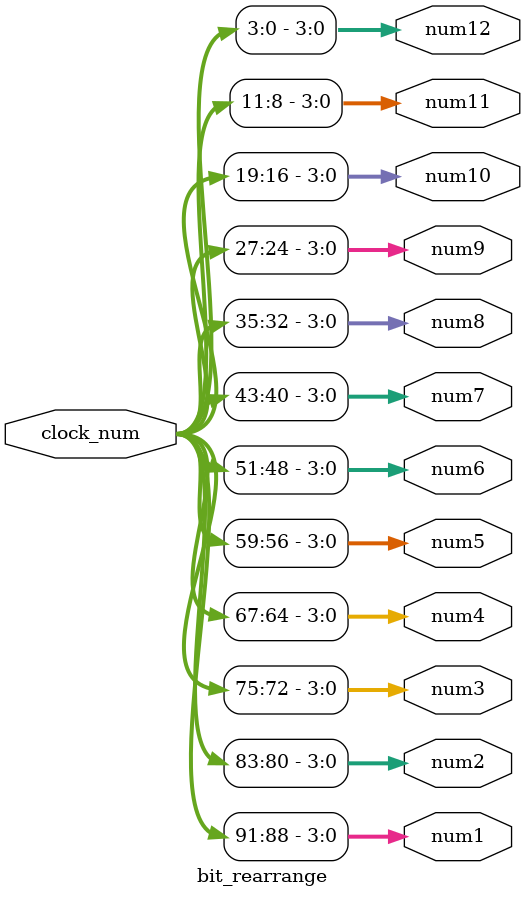
<source format=sv>
module top(input logic reset,sck,sdi,
	output logic neopixels,
	output logic [4:0] en,
	output logic [7:0] segDisplay); 
        // instantiates the on board 48MHz clock, the shift register that receives SPI transactions from the MCU. 
        // also instantiates the decoder that reformats the shift register output, and the main fsm (num_distribute module). 
	logic clk;
	logic [95:0] clock_num;
	logic [3:0] num1,num2,num3,num4,num5,num6,num7,num8,num9,num10,num11,num12;
	HSOSC hf_osc(.CLKHFPU(1'b1),.CLKHFEN(1'b1),.CLKHF(clk));// initializes onboard clk. 
	clock_spi CLOCK_SPI(sck,sdi,reset,clock_num);
	bit_rearrange BIT_REARRANGE(clock_num,num1,num2,num3,num4,num5,num6,num7,num8,num9,num10,num11,num12);
	num_distribute NUM_DISTRIBUTE(clk,reset,neopixels,en,segDisplay,num1,num2,num3,num4,num5,num6,num7,num8,num9,num10,num11,num12);
endmodule

module num_distribute(
	input logic clk,reset,
	output logic out,
	output logic [4:0] en,
	output logic [7:0] segDisplay,
	input logic [3:0] num1,num2,num3,num4,num5,num6,num7,num8,num9,num10,num11,num12
	); 
	// instantiates the multiplexer that chooses which display gets to light up at any moment. 
	// instantiates a clock scaler that sets the multiplexing frequency to 100Hz. instantiates the core neopixel module. 
	
	// internal logic variables

	logic clk_100Hz; 
	logic clk_slooooow;
    	// num1 refers to the signal sent to the 1 o'clock location, num2 refers to signal sent to the 2 o'clock location, etc. 
	
	logic [3:0] numToDisplay;
		

	always_comb begin 
		case (en)
			5'b00000: numToDisplay = num10 % 10;
			5'b00001: begin 
						if (num10 > 9) numToDisplay = 1'b1;
						else numToDisplay = 0;
					  end
			5'b00010: numToDisplay = num9 % 10;
			5'b00011: begin 
						if (num9 > 9) numToDisplay = 1'b1;
						else numToDisplay = 0;
					  end
			5'b00100: numToDisplay = num8 % 10;
			5'b00101: begin 
						if (num8 > 9) numToDisplay = 1'b1;
						else numToDisplay = 0;
					  end
			5'b00110: numToDisplay = num7 % 10;
			5'b00111: begin 
						if (num7 > 9) numToDisplay = 1'b1;
						else numToDisplay = 0;
					  end
			5'b01000: numToDisplay = num6 % 10;
			5'b01001: begin 
						if (num6 > 9) numToDisplay = 1'b1;
						else numToDisplay = 0;
					  end
			5'b01010: numToDisplay = num5 % 10;
			5'b01011: begin 
						if (num5 > 9) numToDisplay = 1'b1;
						else numToDisplay = 0;
					  end
			5'b01100: numToDisplay = num4 % 10;
			5'b01101: begin 
						if (num4 > 9) numToDisplay = 1'b1;
						else numToDisplay = 0;
					  end
			5'b01110: numToDisplay = num3 % 10;
			5'b01111: begin 
						if (num3 > 9) numToDisplay = 1'b1;
						else numToDisplay = 0;
					  end
			5'b10000: numToDisplay = num2 % 10;
			5'b10001: begin 
						if (num2 > 9) numToDisplay = 1'b1;
						else numToDisplay = 0;
					  end
			5'b10010: numToDisplay = num1 % 10;
			5'b10011: begin 
						if (num1 > 9) numToDisplay = 1'b1;
						else numToDisplay = 0;
					  end
			5'b10100: numToDisplay = num12 % 10;
			5'b10101: begin 
						if (num12 > 9) numToDisplay = 1'b1;
						else numToDisplay = 0;
					  end
			5'b10110: numToDisplay = num11 % 10;
			5'b10111: begin 
						if (num11 > 9) numToDisplay = 1'b1;
						else numToDisplay = 0;
					  end
			default: numToDisplay = 0;
		endcase	
	end
	


	
	slow_clock slow1(clk, clk_100Hz);  //slow down the clock to 100Hz. 
	en_rotate enables(clk_100Hz, en);  
	display_digit displayTemp(numToDisplay, segDisplay);
	neopixels neos(reset,clk, out);   // CONNECTING TO NEOPIXELS
	
	
endmodule

module slow_clock(
	input logic clk,
	output logic s
	);
	
	logic [20:0] counter; // current count state
	logic [20:0] nextCount; // next count state
	logic 		nexts;  // next led state
	// this module takes in a 48 MHz clock and slows it for the enable
	// next state logic
	always_comb begin
		if(counter ==  7040)  begin // b0000001101110000000
			if (s == 0) nexts = 1;
			else nexts = 0;
			nextCount = 20'b000_0000_0000_0000_0000;  
		end else begin
			nextCount = counter + 1'b1;
			nexts = s;
		end
	end
	
	// flip flop
	always_ff @(posedge clk) begin
		counter <= nextCount;
		s <= nexts;
	end
	
endmodule





module en_rotate(
	input logic clk,
	output logic [4:0] enable
	);
	// unconditionally rotates the enables for each LED display. 
	// internal logic for count state
	logic [4:0] next_count;
	
	// next state logic
	always_comb begin
		if(enable >= 23)  next_count = 0;
		else begin
			next_count = enable + 1;
		end
	end
	
	// flip flop
	always_ff @(posedge clk) begin
		enable <= next_count;
	end
	
	endmodule



module display_digit(
	input logic [3:0] num,  //p37 is the 1s place, p31=2, p35=4, p32=8
	output logic [7:0] display // display = [A,B,C,D,E,F,G] as listed on 
			// the JAMECO VALUEPRO (UA5651-11-R) LED,7-SEGMENT,RED,700NM datasheet
			// (clockwise starting with the center top light, with the middle horizontal light as G
			// all the light configurations are notted so as to 
);

	// a multiplexer to select 1 out of 24 seven-seg displays to be active at a given moment. 
	logic [3:0] binary_number;

	always_comb begin
		binary_number = num;
	end

	always_comb
		case(binary_number)  // I am notting the input number becuase it uses pullup resistors
			0: display 	 = 	~8'b0111_1110;
			1: display 	 = 	~8'b0011_0000;
			2: display 	 = 	~8'b1110_1101;
			3: display 	 = 	~8'b0111_1001;
			4: display 	 = 	~8'b0011_0011;
			5: display 	 = 	~8'b1101_1011;
			6: display 	 = 	~8'b1101_1111;
			7: display 	 = 	~8'b0111_0000;
			8: display 	 = 	~8'b0111_1111;
			9: display 	 = 	~8'b1111_0011;
			10: display  = 	~8'b0111_0111;
			11: display  = 	~8'b0001_1111;
			12: display  = 	~8'b0000_1101;
			13: display  = 	~8'b0011_1101;
			14: display  =  ~8'b0100_1111;
			15: display  =  ~8'b0100_0111;
			default: display = ~8'b000_0001;
		endcase
endmodule

module Low_Encoder(input logic clk,reset,output logic low_out);
	// outputs a 800kHz wave with 33% duty cycle. Assumes the clk coming in is 48MHz.
	logic [5:0] counter = 0;
	always_ff @(posedge clk,posedge reset)
		begin
			if (reset) counter <= 0; 
		    else if (counter == 59) counter<=0;
			else counter <= counter + 1;
		end
	assign low_out = (counter < 20);
	
endmodule
module High_Encoder(input logic clk,reset,output logic high_out);
	// outputs a 800kHz wave with 66% duty cycle. Assumes the clk coming in is 48MHz.
	logic [5:0] counter = 0;
	always_ff @(posedge clk,posedge reset)
		begin
			if (reset) counter <= 0; 
		    else if (counter == 59) counter<=0;
			else counter <= counter + 1;
end
	assign high_out = (counter < 40);
endmodule
module mux2 (input logic d0,
			 input logic d1,
			 input logic S,
			 output logic Y);
	assign Y = S ? d1:d0;
endmodule

module neopixels(input logic reset, input logic int_osc, output logic out);
	// Neopixels master module. 

	logic high,low,color,almost,neo_control; // internal signals. 
	High_Encoder High(int_osc,reset,high);
	Low_Encoder Low(int_osc,reset,low);
	Color_encoderG Red(int_osc,reset,color); // describes the starting color of the display. 
	mux2 MUX2(low,high,color,almost);	
	RST_control rst_control(int_osc,reset,neo_control); // dictates how quickly the colors cycle. 
	assign out = (neo_control & almost); 
endmodule


module Color_encoderG(input logic clk,reset,output logic color); 
	// This Color_encoder specifically gives a green color upon instantiation. 
	logic [11:0] counter = 0;
	always_ff @(posedge clk,posedge reset)
		begin
			if (reset) counter <= 0; 
		    else if (counter == 1439) counter<=0;
			else counter <= counter + 1;
		end
	assign color = (counter<480);
endmodule


module RST_control(input logic clk,reset,output logic reset_control); 
	// controls how quickly the colors cycle through the rainbow. Change the number in this line "else if (counter == 3686403)" to adjust. See in line comments. 
	// at 3638399, no cycle effect is given. 
	logic [24:0] counter = 0;
	always_ff @(posedge clk,posedge reset)
		begin
			if (reset) counter <= 0; 
		    else if (counter == 3686403) counter<=0; // intended number is 3686399. , increment a little for rainbow effect. The larger it is (<xxx420), the faster the rainbow cycles. 3686400 will result in a very slow rainbow cycle (around 2 min)
			else counter <= counter + 1;
		end
	assign reset_control = (counter < 3683520); //previous number - 2880 
endmodule
module clock_spi(input logic sck,sdi,reset,
	output logic [95:0] clock_num);
	// shift register to receive SPI signal from MCU. 
	
	always_ff @(posedge sck)
		if (reset) clock_num = 0;
		else clock_num = {clock_num[94:0],sdi};
endmodule
module bit_rearrange(input logic [95:0] clock_num,output logic [3:0] num1,num2,num3,num4,num5,num6,num7,num8,num9,num10,num11,num12); 
	// rearranges the shift register outputs into format compatible with num_distribute module. 
	assign num1 = clock_num[91:88];
	assign num2 = clock_num[83:80];
	assign num3 = clock_num[75:72];
	assign num4 = clock_num[67:64];
	assign num5 = clock_num[59:56];
	assign num6 = clock_num[51:48];
	assign num7 = clock_num[43:40];
	assign num8 = clock_num[35:32];
	assign num9 = clock_num[27:24];
	assign num10 = clock_num[19:16];
	assign num11 = clock_num[11:8];
	assign num12 = clock_num[3:0];
endmodule


</source>
